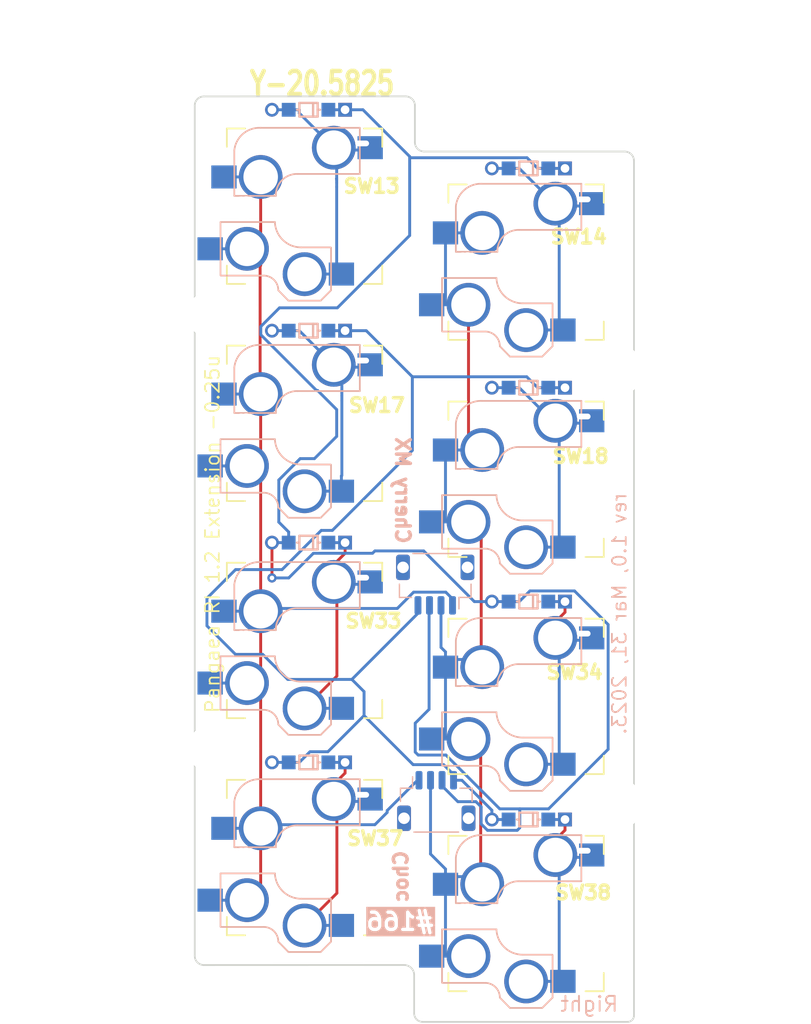
<source format=kicad_pcb>
(kicad_pcb (version 20221018) (generator pcbnew)
  (layers (0 "F.Cu" signal) (31 "B.Cu" signal) (34 "B.Paste" user) (35 "F.Paste" user) (36 "B.SilkS" user "B.Silkscreen") (37 "F.SilkS" user "F.Silkscreen") (38 "B.Mask" user) (39 "F.Mask" user) (44 "Edge.Cuts" user))
  (net 0 "")
  (net 1 "PY4")
  (net 2 "Net-(D13-A)")
  (net 3 "Net-(D14-A)")
  (net 4 "PY5")
  (net 5 "Net-(D17-A)")
  (net 6 "Net-(D18-A)")
  (net 7 "Net-(D33-K)")
  (net 8 "Net-(D34-K)")
  (net 9 "Net-(D37-K)")
  (net 10 "Net-(D38-K)")
  (net 11 "PX1")
  (net 12 "PX2")
  (footprint "#footprint:M2_Nut_Hole_rev2" (layer "F.Cu") (at 37.495 85.2)
    (fp_text reference "H11")
    (fp_text value "MountingHole")
  )
  (footprint "footprint:diode_TH_SMD_rev3" (layer "F.Cu") (at 64.095 53.85 180)
    (fp_text reference "D18")
    (fp_text value "D" hide)
  )
  (footprint "footprint:CherryMX_Choc_Hotswap_rev9_test" (layer "F.Cu") (at 63.89 61.8)
    (fp_text reference "SW18" hide)
    (fp_text value "SW_Push" hide)
  )
  (footprint "footprint:CherryMX_Choc_Hotswap_rev9_test" (layer "F.Cu") (at 44.65 75.7925)
    (fp_text reference "SW33" hide)
    (fp_text value "SW_Push" hide)
  )
  (footprint "footprint:diode_TH_SMD_rev3" (layer "F.Cu") (at 44.995 86.38 180)
    (fp_text reference "D37")
    (fp_text value "D" hide)
  )
  (footprint "footprint:CherryMX_Choc_Hotswap_rev9_test" (layer "F.Cu") (at 63.89 80.65)
    (fp_text reference "SW34" hide)
    (fp_text value "SW_Push" hide)
  )
  (footprint "#footprint:M2_Nut_Hole_rev2" (layer "F.Cu") (at 37.465 47.5)
    (fp_text reference "H12")
    (fp_text value "MountingHole")
  )
  (footprint "footprint:CherryMX_Choc_Hotswap_rev9_test" (layer "F.Cu") (at 44.65 38.0925)
    (fp_text reference "SW13" hide)
    (fp_text value "SW_Push" hide)
  )
  (footprint "footprint:CherryMX_Choc_Hotswap_rev9_test" (layer "F.Cu") (at 44.65 56.9425)
    (fp_text reference "SW17" hide)
    (fp_text value "SW_Push" hide)
  )
  (footprint "footprint:CherryMX_Choc_Hotswap_rev9_test" (layer "F.Cu") (at 63.89 42.95)
    (fp_text reference "SW14" hide)
    (fp_text value "SW_Push" hide)
  )
  (footprint "footprint:diode_TH_SMD_rev3" (layer "F.Cu") (at 64.095 91.34 180)
    (fp_text reference "D38")
    (fp_text value "D" hide)
  )
  (footprint "footprint:CherryMX_Choc_Hotswap_rev9_test" (layer "F.Cu") (at 63.89 99.5)
    (fp_text reference "SW38" hide)
    (fp_text value "SW_Push" hide)
  )
  (footprint "#footprint:M2_Nut_Hole_rev2" (layer "F.Cu") (at 71.12 52.33)
    (fp_text reference "H9")
    (fp_text value "MountingHole")
  )
  (footprint "footprint:diode_TH_SMD_rev3" (layer "F.Cu") (at 64.095 34.81 180)
    (fp_text reference "D14")
    (fp_text value "D" hide)
  )
  (footprint "footprint:CherryMX_Choc_Hotswap_rev9_test" (layer "F.Cu") (at 44.65 94.6425)
    (fp_text reference "SW37" hide)
    (fp_text value "SW_Push" hide)
  )
  (footprint "footprint:diode_TH_SMD_rev3" (layer "F.Cu") (at 44.995 29.72 180)
    (fp_text reference "D13")
    (fp_text value "D" hide)
  )
  (footprint "footprint:diode_TH_SMD_rev3" (layer "F.Cu") (at 44.995 67.3 180)
    (fp_text reference "D33")
    (fp_text value "D" hide)
  )
  (footprint "footprint:diode_TH_SMD_rev3" (layer "F.Cu") (at 64.095 72.42 180)
    (fp_text reference "D34")
    (fp_text value "D" hide)
  )
  (footprint "#footprint:M2_Nut_Hole_rev2" (layer "F.Cu") (at 71.11 89.99)
    (fp_text reference "H10")
    (fp_text value "MountingHole")
  )
  (footprint "footprint:diode_TH_SMD_rev3" (layer "F.Cu") (at 44.995 48.9 180)
    (fp_text reference "D17")
    (fp_text value "D" hide)
  )
  (footprint "footprint:JST_SH_BM03B-SRSS-TB_1x04-1MP_P1.00mm_Vertical" (layer "B.Cu") (at 56.09 89.73)
    (fp_text reference "J8")
    (fp_text value "Conn_01x04")
  )
  (footprint "footprint:JST_SH_BM03B-SRSS-TB_1x04-1MP_P1.00mm_Vertical" (layer "B.Cu") (at 56 70.9475 180)
    (fp_text reference "J9")
    (fp_text value "Conn_01x04")
  )
  (gr_arc (start 54.892775 108.909806) (mid 54.379565 108.685992) (end 54.170001 108.1668) (stroke (width 0.15)) (layer "Edge.Cuts"))
  (gr_line (start 35.867603 103.974944) (end 53.296856 103.969922) (stroke (width 0.15)) (layer "Edge.Cuts"))
  (gr_arc (start 53.296856 103.969922) (mid 53.910784 104.222178) (end 54.17 104.8332) (stroke (width 0.15)) (layer "Edge.Cuts"))
  (gr_arc (start 73.259679 108.372515) (mid 73.106727 108.737466) (end 72.750034 108.908794) (stroke (width 0.15)) (layer "Edge.Cuts"))
  (gr_line (start 73.260077 34.128464) (end 73.259636 108.372513) (stroke (width 0.15)) (layer "Edge.Cuts"))
  (gr_line (start 54.892799 108.908794) (end 72.750034 108.908794) (stroke (width 0.15)) (layer "Edge.Cuts"))
  (gr_line (start 54.17 104.8332) (end 54.17 108.1668) (stroke (width 0.15)) (layer "Edge.Cuts"))
  (gr_arc (start 72.459806 33.346205) (mid 73.016848 33.576815) (end 73.260077 34.128464) (stroke (width 0.15)) (layer "Edge.Cuts"))
  (gr_line (start 72.459806 33.346205) (end 55.011257 33.346205) (stroke (width 0.15)) (layer "Edge.Cuts"))
  (gr_arc (start 35.867603 103.974944) (mid 35.326391 103.721418) (end 35.114113 103.162738) (stroke (width 0.15)) (layer "Edge.Cuts"))
  (gr_line (start 35.114113 29.33625) (end 35.114113 103.162738) (stroke (width 0.15)) (layer "Edge.Cuts"))
  (gr_arc (start 55.011257 33.346205) (mid 54.459543 33.100489) (end 54.233299 32.540509) (stroke (width 0.15)) (layer "Edge.Cuts"))
  (gr_arc (start 53.425803 28.556274) (mid 53.972676 28.768431) (end 54.233299 29.293937) (stroke (width 0.15)) (layer "Edge.Cuts"))
  (gr_line (start 53.425803 28.556274) (end 35.926767 28.5625) (stroke (width 0.15)) (layer "Edge.Cuts"))
  (gr_arc (start 35.114113 29.33625) (mid 35.360004 28.780874) (end 35.926767 28.562504) (stroke (width 0.15)) (layer "Edge.Cuts"))
  (gr_line (start 54.233299 29.293937) (end 54.233299 32.540509) (stroke (width 0.15)) (layer "Edge.Cuts"))
  (gr_text "Choc" (at 53.72 93.9 90) (layer "B.SilkS") (effects (font (size 1.2 1.2) (thickness 0.3) bold) (justify left bottom mirror)))
  (gr_text "Right" (at 71.995 108.118794) (layer "B.SilkS") (effects (font (size 1.3 1.3) (thickness 0.1625)) (justify left bottom mirror)))
  (gr_text "#166" (at 52.93 100.2) (layer "B.SilkS" knockout) (effects (font (size 1.5 1.5) (thickness 0.3) bold) (justify mirror)))
  (gr_text "Cherry MX" (at 52.47 67.53 -90) (layer "B.SilkS") (effects (font (size 1.2 1.2) (thickness 0.3) bold) (justify left bottom mirror)))
  (gr_text "rev 1.0, Mar 31, 2023." (at 71.995 73.468794 90) (layer "B.SilkS") (effects (font (size 1.2 1.2)) (justify mirror)))
  (gr_text "SW18" (at 66.03 60.5) (layer "F.SilkS") (effects (font (size 1.2 1.2) (thickness 0.3) bold) (justify left bottom)))
  (gr_text "SW34" (at 65.5 79.26) (layer "F.SilkS") (effects (font (size 1.2 1.2) (thickness 0.3) bold) (justify left bottom)))
  (gr_text "SW13" (at 47.89 37.05) (layer "F.SilkS") (effects (font (size 1.2 1.2) (thickness 0.3) bold) (justify left bottom)))
  (gr_text "Y-20.5825" (at 39.72 28.61) (layer "F.SilkS") (effects (font (size 2 1.5) (thickness 0.375) bold) (justify left bottom)))
  (gr_text "Pangaea RI 1.2 Extension -0.25u" (at 36.655 66.56 90) (layer "F.SilkS") (effects (font (size 1.2 1.2))))
  (gr_text "SW14" (at 65.87 41.45) (layer "F.SilkS") (effects (font (size 1.2 1.2) (thickness 0.3) bold) (justify left bottom)))
  (gr_text "SW38" (at 66.25 98.39) (layer "F.SilkS") (effects (font (size 1.2 1.2) (thickness 0.3) bold) (justify left bottom)))
  (gr_text "SW33" (at 48.04 74.8) (layer "F.SilkS") (effects (font (size 1.2 1.2) (thickness 0.3) bold) (justify left bottom)))
  (gr_text "SW37" (at 48.19 93.68) (layer "F.SilkS") (effects (font (size 1.2 1.2) (thickness 0.3) bold) (justify left bottom)))
  (gr_text "SW17" (at 48.34 56.08) (layer "F.SilkS") (effects (font (size 1.2 1.2) (thickness 0.3) bold) (justify left bottom)))
  (segment (start 41.82 67.3) (end 41.82 70.3666) (width 0.25) (layer "F.Cu") (net 1))
  (via (at 41.82 70.3666) (size 0.8) (drill 0.4) (layers "F.Cu" "B.Cu") (net 1))
  (segment (start 54.2595 85.4827) (end 54.5176 85.7408) (width 0.25) (layer "B.Cu") (net 1))
  (segment (start 63.3427 92.0579) (end 63.1214 92.2792) (width 0.25) (layer "B.Cu") (net 1))
  (segment (start 62.37 72.42) (end 63.2951 72.42) (width 0.25) (layer "B.Cu") (net 1))
  (segment (start 62.37 72.42) (end 60.92 72.42) (width 0.25) (layer "B.Cu") (net 1))
  (segment (start 50.5524 68.2252) (end 45.4151 68.2252) (width 0.25) (layer "B.Cu") (net 1))
  (segment (start 64.2202 71.4949) (end 63.2951 72.42) (width 0.25) (layer "B.Cu") (net 1))
  (segment (start 42.4148 65.5197) (end 43.27 66.3749) (width 0.25) (layer "B.Cu") (net 1))
  (segment (start 45.5091 60.0082) (end 44.2682 60.0082) (width 0.25) (layer "B.Cu") (net 1))
  (segment (start 54.5176 85.7408) (end 56.9271 85.7408) (width 0.25) (layer "B.Cu") (net 1))
  (segment (start 71.0152 74.4148) (end 68.0953 71.4949) (width 0.25) (layer "B.Cu") (net 1))
  (segment (start 46.72 29.72) (end 48.17 29.72) (width 0.25) (layer "B.Cu") (net 1))
  (segment (start 59.988 90.2417) (end 59.5368 89.7905) (width 0.25) (layer "B.Cu") (net 1))
  (segment (start 54.9953 68.0213) (end 50.7563 68.0213) (width 0.25) (layer "B.Cu") (net 1))
  (segment (start 63.9698 33.8849) (end 64.8949 34.81) (width 0.25) (layer "B.Cu") (net 1))
  (segment (start 67.27 34.81) (end 65.82 34.81) (width 0.25) (layer "B.Cu") (net 1))
  (segment (start 44.2682 60.0082) (end 42.4148 61.8616) (width 0.25) (layer "B.Cu") (net 1))
  (segment (start 60.92 72.42) (end 59.394 72.42) (width 0.25) (layer "B.Cu") (net 1))
  (segment (start 43.27 67.3) (end 43.27 66.3749) (width 0.25) (layer "B.Cu") (net 1))
  (segment (start 65.82 34.81) (end 64.8949 34.81) (width 0.25) (layer "B.Cu") (net 1))
  (segment (start 45.6861 54.0877) (end 45.779 54.0877) (width 0.25) (layer "B.Cu") (net 1))
  (segment (start 60.5407 92.2792) (end 59.988 91.7265) (width 0.25) (layer "B.Cu") (net 1))
  (segment (start 56.5901 87.93) (end 56.59 87.93) (width 0.25) (layer "B.Cu") (net 1))
  (segment (start 55.4648 72.7827) (end 55.4648 81.7738) (width 0.25) (layer "B.Cu") (net 1))
  (segment (start 71.0152 85.2425) (end 71.0152 74.4148) (width 0.25) (layer "B.Cu") (net 1))
  (segment (start 42.4736 46.9159) (end 40.8505 48.539) (width 0.25) (layer "B.Cu") (net 1))
  (segment (start 47.4412 55.7499) (end 47.4412 58.0761) (width 0.25) (layer "B.Cu") (net 1))
  (segment (start 63.3427 90.4149) (end 65.8428 90.4149) (width 0.25) (layer "B.Cu") (net 1))
  (segment (start 40.8505 49.2521) (end 45.6861 54.0877) (width 0.25) (layer "B.Cu") (net 1))
  (segment (start 49.7228 29.72) (end 53.7806 33.7778) (width 0.25) (layer "B.Cu") (net 1))
  (segment (start 53.7806 33.8849) (end 63.9698 33.8849) (width 0.25) (layer "B.Cu") (net 1))
  (segment (start 41.82 67.3) (end 43.27 67.3) (width 0.25) (layer "B.Cu") (net 1))
  (segment (start 42.4148 61.8616) (end 42.4148 65.5197) (width 0.25) (layer "B.Cu") (net 1))
  (segment (start 48.17 29.72) (end 49.7228 29.72) (width 0.25) (layer "B.Cu") (net 1))
  (segment (start 47.4412 58.0761) (end 45.5091 60.0082) (width 0.25) (layer "B.Cu") (net 1))
  (segment (start 59.5368 89.7905) (end 57.9664 89.7905) (width 0.25) (layer "B.Cu") (net 1))
  (segment (start 63.1214 92.2792) (end 60.5407 92.2792) (width 0.25) (layer "B.Cu") (net 1))
  (segment (start 53.7806 33.7778) (end 53.7806 33.8849) (width 0.25) (layer "B.Cu") (net 1))
  (segment (start 55.4648 81.7738) (end 54.2595 82.9791) (width 0.25) (layer "B.Cu") (net 1))
  (segment (start 56.5901 88.4142) (end 56.5901 87.93) (width 0.25) (layer "B.Cu") (net 1))
  (segment (start 63.3427 90.4149) (end 63.3427 92.0579) (width 0.25) (layer "B.Cu") (net 1))
  (segment (start 59.988 91.7265) (end 59.988 90.2417) (width 0.25) (layer "B.Cu") (net 1))
  (segment (start 43.2737 70.3666) (end 41.82 70.3666) (width 0.25) (layer "B.Cu") (net 1))
  (segment (start 53.7806 40.6353) (end 47.5 46.9159) (width 0.25) (layer "B.Cu") (net 1))
  (segment (start 40.8505 48.539) (end 40.8505 49.2521) (width 0.25) (layer "B.Cu") (net 1))
  (segment (start 57.9664 89.7905) (end 56.5901 88.4142) (width 0.25) (layer "B.Cu") (net 1))
  (segment (start 45.779 54.0877) (end 47.4412 55.7499) (width 0.25) (layer "B.Cu") (net 1))
  (segment (start 55.5 72.7475) (end 55.4648 72.7827) (width 0.25) (layer "B.Cu") (net 1))
  (segment (start 56.9271 85.7408) (end 61.6012 90.4149) (width 0.25) (layer "B.Cu") (net 1))
  (segment (start 65.8428 90.4149) (end 71.0152 85.2425) (width 0.25) (layer "B.Cu") (net 1))
  (segment (start 61.6012 90.4149) (end 63.3427 90.4149) (width 0.25) (layer "B.Cu") (net 1))
  (segment (start 53.7806 33.8849) (end 53.7806 40.6353) (width 0.25) (layer "B.Cu") (net 1))
  (segment (start 68.0953 71.4949) (end 64.2202 71.4949) (width 0.25) (layer "B.Cu") (net 1))
  (segment (start 54.2595 82.9791) (end 54.2595 85.4827) (width 0.25) (layer "B.Cu") (net 1))
  (segment (start 50.7563 68.0213) (end 50.5524 68.2252) (width 0.25) (layer "B.Cu") (net 1))
  (segment (start 59.394 72.42) (end 54.9953 68.0213) (width 0.25) (layer "B.Cu") (net 1))
  (segment (start 47.5 46.9159) (end 42.4736 46.9159) (width 0.25) (layer "B.Cu") (net 1))
  (segment (start 45.4151 68.2252) (end 43.2737 70.3666) (width 0.25) (layer "B.Cu") (net 1))
  (segment (start 47.4412 35.6966) (end 47.4412 35.6964) (width 0.25) (layer "B.Cu") (net 2))
  (segment (start 47.4412 43.9825) (end 47.4412 36.4194) (width 0.25) (layer "B.Cu") (net 2))
  (segment (start 47.4412 43.9825) (end 44.66 43.9825) (width 0.25) (layer "B.Cu") (net 2))
  (segment (start 50.238173 33.2175) (end 50.396587 33.059086) (width 0.25) (layer "B.Cu") (net 2))
  (segment (start 44.66 43.9825) (end 44.65 43.9925) (width 0.25) (layer "B.Cu") (net 2))
  (segment (start 47.4412 35.7019) (end 47.4412 35.6991) (width 0.25) (layer "B.Cu") (net 2))
  (segment (start 47.4412 35.697) (end 47.4412 35.6966) (width 0.25) (layer "B.Cu") (net 2))
  (segment (start 47.85 43.9825) (end 47.4412 43.9825) (width 0.25) (layer "B.Cu") (net 2))
  (segment (start 47.4412 35.7414) (end 47.4412 35.7188) (width 0.25) (layer "B.Cu") (net 2))
  (segment (start 47.4412 35.6977) (end 47.4412 35.697) (width 0.25) (layer "B.Cu") (net 2))
  (segment (start 47.395 33.2175) (end 50.238173 33.2175) (width 0.25) (layer "B.Cu") (net 2))
  (segment (start 43.27 29.72) (end 44.1951 29.72) (width 0.25) (layer "B.Cu") (net 2))
  (segment (start 47.4412 35.7075) (end 47.4412 35.7019) (width 0.25) (layer "B.Cu") (net 2))
  (segment (start 47.4412 35.6963) (end 47.4412 33.2637) (width 0.25) (layer "B.Cu") (net 2))
  (segment (start 47.4412 36.0578) (end 47.4412 35.877) (width 0.25) (layer "B.Cu") (net 2))
  (segment (start 47.4412 35.7188) (end 47.4412 35.7075) (width 0.25) (layer "B.Cu") (net 2))
  (segment (start 47.4412 35.6964) (end 47.4412 35.6963) (width 0.25) (layer "B.Cu") (net 2))
  (segment (start 47.4412 35.7866) (end 47.4412 35.7414) (width 0.25) (layer "B.Cu") (net 2))
  (segment (start 47.4412 35.877) (end 47.4412 35.7866) (width 0.25) (layer "B.Cu") (net 2))
  (segment (start 47.19 33.0125) (end 47.395 33.2175) (width 0.25) (layer "B.Cu") (net 2))
  (segment (start 47.4412 36.4194) (end 47.4412 36.0578) (width 0.25) (layer "B.Cu") (net 2))
  (segment (start 47.4412 33.2637) (end 47.19 33.0125) (width 0.25) (layer "B.Cu") (net 2))
  (segment (start 44.1951 30.0176) (end 47.19 33.0125) (width 0.25) (layer "B.Cu") (net 2))
  (segment (start 47.4412 35.6991) (end 47.4412 35.6977) (width 0.25) (layer "B.Cu") (net 2))
  (segment (start 41.82 29.72) (end 43.27 29.72) (width 0.25) (layer "B.Cu") (net 2))
  (segment (start 44.1951 29.72) (end 44.1951 30.0176) (width 0.25) (layer "B.Cu") (net 2))
  (segment (start 66.765 41.235) (end 66.765 40.8525) (width 0.25) (layer "B.Cu") (net 3))
  (segment (start 66.765 48.84) (end 66.765 41.235) (width 0.25) (layer "B.Cu") (net 3))
  (segment (start 66.765 40.8525) (end 66.765 40.6612) (width 0.25) (layer "B.Cu") (net 3))
  (segment (start 62.37 34.81) (end 60.92 34.81) (width 0.25) (layer "B.Cu") (net 3))
  (segment (start 67.09 48.84) (end 66.765 48.84) (width 0.25) (layer "B.Cu") (net 3))
  (segment (start 66.765 40.4819) (end 66.765 40.4759) (width 0.25) (layer "B.Cu") (net 3))
  (segment (start 66.765 40.4701) (end 66.765 40.47) (width 0.25) (layer "B.Cu") (net 3))
  (segment (start 65.6549 48.85) (end 65.6649 48.84) (width 0.25) (layer "B.Cu") (net 3))
  (segment (start 66.765 40.5178) (end 66.765 40.4939) (width 0.25) (layer "B.Cu") (net 3))
  (segment (start 66.765 40.4707) (end 66.765 40.4703) (width 0.25) (layer "B.Cu") (net 3))
  (segment (start 66.765 48.84) (end 65.6649 48.84) (width 0.25) (layer "B.Cu") (net 3))
  (segment (start 66.43 37.87) (end 66.635 38.075) (width 0.25) (layer "B.Cu") (net 3))
  (segment (start 66.765 40.6612) (end 66.765 40.5656) (width 0.25) (layer "B.Cu") (net 3))
  (segment (start 66.765 40.47) (end 66.765 38.205) (width 0.25) (layer "B.Cu") (net 3))
  (segment (start 66.765 40.4729) (end 66.765 40.4714) (width 0.25) (layer "B.Cu") (net 3))
  (segment (start 63.2951 34.81) (end 66.3551 37.87) (width 0.25) (layer "B.Cu") (net 3))
  (segment (start 63.89 48.85) (end 65.6549 48.85) (width 0.25) (layer "B.Cu") (net 3))
  (segment (start 66.765 40.4759) (end 66.765 40.4729) (width 0.25) (layer "B.Cu") (net 3))
  (segment (start 66.765 40.4714) (end 66.765 40.4707) (width 0.25) (layer "B.Cu") (net 3))
  (segment (start 66.635 38.075) (end 69.478173 38.075) (width 0.25) (layer "B.Cu") (net 3))
  (segment (start 66.3551 37.87) (end 66.43 37.87) (width 0.25) (layer "B.Cu") (net 3))
  (segment (start 66.765 38.205) (end 66.43 37.87) (width 0.25) (layer "B.Cu") (net 3))
  (segment (start 62.37 34.81) (end 63.2951 34.81) (width 0.25) (layer "B.Cu") (net 3))
  (segment (start 66.765 40.5656) (end 66.765 40.5178) (width 0.25) (layer "B.Cu") (net 3))
  (segment (start 69.478173 38.075) (end 69.636587 37.916586) (width 0.25) (layer "B.Cu") (net 3))
  (segment (start 66.765 40.4939) (end 66.765 40.4819) (width 0.25) (layer "B.Cu") (net 3))
  (segment (start 66.765 40.4703) (end 66.765 40.4701) (width 0.25) (layer "B.Cu") (net 3))
  (segment (start 46.72 48.9) (end 48.17 48.9) (width 0.25) (layer "B.Cu") (net 4))
  (segment (start 41.0163 77.0023) (end 43.1907 79.1767) (width 0.25) (layer "B.Cu") (net 4))
  (segment (start 48.7595 79.1767) (end 49.8179 80.2351) (width 0.25) (layer "B.Cu") (net 4))
  (segment (start 54.011 52.9012) (end 50.0098 48.9) (width 0.25) (layer "B.Cu") (net 4))
  (segment (start 62.37 91.34) (end 60.92 91.34) (width 0.25) (layer "B.Cu") (net 4))
  (segment (start 64.8949 53.85) (end 63.9461 52.9012) (width 0.25) (layer "B.Cu") (net 4))
  (segment (start 38.662 69.6415) (end 36.1734 72.1301) (width 0.25) (layer "B.Cu") (net 4))
  (segment (start 54.011 52.9012) (end 54.011 59.2926) (width 0.25) (layer "B.Cu") (net 4))
  (segment (start 48.7595 79.1767) (end 54.5 73.4362) (width 0.25) (layer "B.Cu") (net 4))
  (segment (start 49.8179 80.2351) (end 49.8179 82.3143) (width 0.25) (layer "B.Cu") (net 4))
  (segment (start 56.7255 86.5752) (end 54.0788 86.5752) (width 0.25) (layer "B.Cu") (net 4))
  (segment (start 60.92 91.34) (end 60.92 90.5371) (width 0.25) (layer "B.Cu") (net 4))
  (segment (start 54.5 73.4362) (end 54.5 72.7475) (width 0.25) (layer "B.Cu") (net 4))
  (segment (start 47.0634 66.2402) (end 46.0985 66.2402) (width 0.25) (layer "B.Cu") (net 4))
  (segment (start 54.011 59.2926) (end 47.0634 66.2402) (width 0.25) (layer "B.Cu") (net 4))
  (segment (start 54.0788 86.5752) (end 49.8179 82.3143) (width 0.25) (layer "B.Cu") (net 4))
  (segment (start 43.1907 79.1767) (end 48.7595 79.1767) (width 0.25) (layer "B.Cu") (net 4))
  (segment (start 41.82 86.38) (end 43.27 86.38) (width 0.25) (layer "B.Cu") (net 4))
  (segment (start 45.1202 85.4549) (end 44.1951 86.38) (width 0.25) (layer "B.Cu") (net 4))
  (segment (start 50.0098 48.9) (end 48.17 48.9) (width 0.25) (layer "B.Cu") (net 4))
  (segment (start 46.6773 85.4549) (end 45.1202 85.4549) (width 0.25) (layer "B.Cu") (net 4))
  (segment (start 60.92 90.5371) (end 58.3129 87.93) (width 0.25) (layer "B.Cu") (net 4))
  (segment (start 49.8179 82.3143) (end 46.6773 85.4549) (width 0.25) (layer "B.Cu") (net 4))
  (segment (start 67.27 53.85) (end 65.82 53.85) (width 0.25) (layer "B.Cu") (net 4))
  (segment (start 57.59 87.4397) (end 56.7255 86.5752) (width 0.25) (layer "B.Cu") (net 4))
  (segment (start 57.59 87.93) (end 57.59 87.4397) (width 0.25) (layer "B.Cu") (net 4))
  (segment (start 46.0985 66.2402) (end 42.6972 69.6415) (width 0.25) (layer "B.Cu") (net 4))
  (segment (start 63.9461 52.9012) (end 54.011 52.9012) (width 0.25) (layer "B.Cu") (net 4))
  (segment (start 65.82 53.85) (end 64.8949 53.85) (width 0.25) (layer "B.Cu") (net 4))
  (segment (start 42.6972 69.6415) (end 38.662 69.6415) (width 0.25) (layer "B.Cu") (net 4))
  (segment (start 58.3129 87.93) (end 57.59 87.93) (width 0.25) (layer "B.Cu") (net 4))
  (segment (start 36.1734 74.5229) (end 38.6528 77.0023) (width 0.25) (layer "B.Cu") (net 4))
  (segment (start 36.1734 72.1301) (end 36.1734 74.5229) (width 0.25) (layer "B.Cu") (net 4))
  (segment (start 38.6528 77.0023) (end 41.0163 77.0023) (width 0.25) (layer "B.Cu") (net 4))
  (segment (start 43.27 86.38) (end 44.1951 86.38) (width 0.25) (layer "B.Cu") (net 4))
  (segment (start 50.238173 52.0675) (end 50.396587 51.909086) (width 0.25) (layer "B.Cu") (net 5))
  (segment (start 47.8913 54.0966) (end 47.8913 54.0964) (width 0.25) (layer "B.Cu") (net 5))
  (segment (start 47.8913 54.3194) (end 47.8913 54.2078) (width 0.25) (layer "B.Cu") (net 5))
  (segment (start 47.8913 54.0962) (end 47.8913 52.5638) (width 0.25) (layer "B.Cu") (net 5))
  (segment (start 44.66 62.8325) (end 44.65 62.8425) (width 0.25) (layer "B.Cu") (net 5))
  (segment (start 43.27 48.9) (end 44.1951 48.9) (width 0.25) (layer "B.Cu") (net 5))
  (segment (start 47.8913 54.989) (end 47.8913 54.5426) (width 0.25) (layer "B.Cu") (net 5))
  (segment (start 47.395 52.0675) (end 50.238173 52.0675) (width 0.25) (layer "B.Cu") (net 5))
  (segment (start 47.85 62.8325) (end 47.85 61.5074) (width 0.25) (layer "B.Cu") (net 5))
  (segment (start 47.8913 54.0979) (end 47.8913 54.097) (width 0.25) (layer "B.Cu") (net 5))
  (segment (start 47.8913 54.1101) (end 47.8913 54.1031) (width 0.25) (layer "B.Cu") (net 5))
  (segment (start 47.8913 54.0964) (end 47.8913 54.0963) (width 0.25) (layer "B.Cu") (net 5))
  (segment (start 47.1576 51.8625) (end 47.19 51.8625) (width 0.25) (layer "B.Cu") (net 5))
  (segment (start 47.85 61.5074) (end 47.8913 61.4661) (width 0.25) (layer "B.Cu") (net 5))
  (segment (start 47.8913 54.5426) (end 47.8913 54.3194) (width 0.25) (layer "B.Cu") (net 5))
  (segment (start 47.8913 54.0963) (end 47.8913 54.0962) (width 0.25) (layer "B.Cu") (net 5))
  (segment (start 47.8913 61.4661) (end 47.8913 54.989) (width 0.25) (layer "B.Cu") (net 5))
  (segment (start 47.8913 54.152) (end 47.8913 54.1241) (width 0.25) (layer "B.Cu") (net 5))
  (segment (start 44.1951 48.9) (end 47.1576 51.8625) (width 0.25) (layer "B.Cu") (net 5))
  (segment (start 47.85 62.8325) (end 44.66 62.8325) (width 0.25) (layer "B.Cu") (net 5))
  (segment (start 47.8913 54.1241) (end 47.8913 54.1101) (width 0.25) (layer "B.Cu") (net 5))
  (segment (start 47.8913 54.0996) (end 47.8913 54.0979) (width 0.25) (layer "B.Cu") (net 5))
  (segment (start 41.82 48.9) (end 43.27 48.9) (width 0.25) (layer "B.Cu") (net 5))
  (segment (start 47.8913 54.1031) (end 47.8913 54.0996) (width 0.25) (layer "B.Cu") (net 5))
  (segment (start 47.8913 54.097) (end 47.8913 54.0966) (width 0.25) (layer "B.Cu") (net 5))
  (segment (start 47.19 51.8625) (end 47.395 52.0675) (width 0.25) (layer "B.Cu") (net 5))
  (segment (start 47.8913 52.5638) (end 47.19 51.8625) (width 0.25) (layer "B.Cu") (net 5))
  (segment (start 47.8913 54.2078) (end 47.8913 54.152) (width 0.25) (layer "B.Cu") (net 5))
  (segment (start 66.765 59.3201) (end 66.765 59.32) (width 0.25) (layer "B.Cu") (net 6))
  (segment (start 66.765 59.3229) (end 66.765 59.3214) (width 0.25) (layer "B.Cu") (net 6))
  (segment (start 66.765 59.3319) (end 66.765 59.3259) (width 0.25) (layer "B.Cu") (net 6))
  (segment (start 66.765 59.3207) (end 66.765 59.3203) (width 0.25) (layer "B.Cu") (net 6))
  (segment (start 67.09 67.69) (end 66.765 67.69) (width 0.25) (layer "B.Cu") (net 6))
  (segment (start 66.765 59.3214) (end 66.765 59.3207) (width 0.25) (layer "B.Cu") (net 6))
  (segment (start 66.765 59.5112) (end 66.765 59.4156) (width 0.25) (layer "B.Cu") (net 6))
  (segment (start 66.635 56.925) (end 69.478173 56.925) (width 0.25) (layer "B.Cu") (net 6))
  (segment (start 66.765 59.4156) (end 66.765 59.3678) (width 0.25) (layer "B.Cu") (net 6))
  (segment (start 66.765 67.69) (end 66.765 60.085) (width 0.25) (layer "B.Cu") (net 6))
  (segment (start 66.765 59.3203) (end 66.765 59.3201) (width 0.25) (layer "B.Cu") (net 6))
  (segment (start 66.43 56.72) (end 66.635 56.925) (width 0.25) (layer "B.Cu") (net 6))
  (segment (start 62.37 53.85) (end 60.92 53.85) (width 0.25) (layer "B.Cu") (net 6))
  (segment (start 66.765 59.32) (end 66.765 57.055) (width 0.25) (layer "B.Cu") (net 6))
  (segment (start 62.37 53.85) (end 63.2951 53.85) (width 0.25) (layer "B.Cu") (net 6))
  (segment (start 66.765 60.085) (end 66.765 59.7025) (width 0.25) (layer "B.Cu") (net 6))
  (segment (start 66.765 59.7025) (end 66.765 59.5112) (width 0.25) (layer "B.Cu") (net 6))
  (segment (start 65.6549 67.7) (end 65.6649 67.69) (width 0.25) (layer "B.Cu") (net 6))
  (segment (start 66.1651 56.72) (end 66.43 56.72) (width 0.25) (layer "B.Cu") (net 6))
  (segment (start 63.2951 53.85) (end 66.1651 56.72) (width 0.25) (layer "B.Cu") (net 6))
  (segment (start 66.765 59.3259) (end 66.765 59.3229) (width 0.25) (layer "B.Cu") (net 6))
  (segment (start 63.89 67.7) (end 65.6549 67.7) (width 0.25) (layer "B.Cu") (net 6))
  (segment (start 66.765 59.3439) (end 66.765 59.3319) (width 0.25) (layer "B.Cu") (net 6))
  (segment (start 66.765 59.3678) (end 66.765 59.3439) (width 0.25) (layer "B.Cu") (net 6))
  (segment (start 66.765 57.055) (end 66.43 56.72) (width 0.25) (layer "B.Cu") (net 6))
  (segment (start 66.765 67.69) (end 65.6649 67.69) (width 0.25) (layer "B.Cu") (net 6))
  (segment (start 69.478173 56.925) (end 69.636587 56.766586) (width 0.25) (layer "B.Cu") (net 6))
  (segment (start 47.4596 78.8829) (end 47.4596 70.9821) (width 0.25) (layer "F.Cu") (net 7))
  (segment (start 48.17 67.3) (end 48.17 68.2251) (width 0.25) (layer "F.Cu") (net 7))
  (segment (start 47.4596 70.9821) (end 47.19 70.7125) (width 0.25) (layer "F.Cu") (net 7))
  (segment (start 44.65 81.6925) (end 47.4596 78.8829) (width 0.25) (layer "F.Cu") (net 7))
  (segment (start 47.19 69.2051) (end 47.19 70.7125) (width 0.25) (layer "F.Cu") (net 7))
  (segment (start 48.17 68.2251) (end 47.19 69.2051) (width 0.25) (layer "F.Cu") (net 7))
  (segment (start 50.238173 70.9175) (end 50.396587 70.759086) (width 0.25) (layer "B.Cu") (net 7))
  (segment (start 47.19 70.7125) (end 47.395 70.9175) (width 0.25) (layer "B.Cu") (net 7))
  (segment (start 47.85 81.6825) (end 44.66 81.6825) (width 0.25) (layer "B.Cu") (net 7))
  (segment (start 44.66 81.6825) (end 44.65 81.6925) (width 0.25) (layer "B.Cu") (net 7))
  (segment (start 47.395 70.9175) (end 50.238173 70.9175) (width 0.25) (layer "B.Cu") (net 7))
  (segment (start 46.72 67.3) (end 48.17 67.3) (width 0.25) (layer "B.Cu") (net 7))
  (segment (start 67.27 73.3451) (end 66.43 74.1851) (width 0.25) (layer "F.Cu") (net 8))
  (segment (start 67.27 72.42) (end 67.27 73.3451) (width 0.25) (layer "F.Cu") (net 8))
  (segment (start 66.43 74.1851) (end 66.43 75.57) (width 0.25) (layer "F.Cu") (net 8))
  (segment (start 66.765 78.935) (end 66.765 78.5525) (width 0.25) (layer "B.Cu") (net 8))
  (segment (start 69.478173 75.775) (end 69.636587 75.616586) (width 0.25) (layer "B.Cu") (net 8))
  (segment (start 66.765 78.1939) (end 66.765 78.1819) (width 0.25) (layer "B.Cu") (net 8))
  (segment (start 63.89 86.55) (end 65.6549 86.55) (width 0.25) (layer "B.Cu") (net 8))
  (segment (start 66.765 78.1729) (end 66.765 78.1714) (width 0.25) (layer "B.Cu") (net 8))
  (segment (start 67.09 86.54) (end 66.765 86.54) (width 0.25) (layer "B.Cu") (net 8))
  (segment (start 67.27 72.42) (end 65.82 72.42) (width 0.25) (layer "B.Cu") (net 8))
  (segment (start 66.765 78.5525) (end 66.765 78.3612) (width 0.25) (layer "B.Cu") (net 8))
  (segment (start 66.765 78.1819) (end 66.765 78.1759) (width 0.25) (layer "B.Cu") (net 8))
  (segment (start 65.6549 86.55) (end 65.6649 86.54) (width 0.25) (layer "B.Cu") (net 8))
  (segment (start 66.765 75.905) (end 66.43 75.57) (width 0.25) (layer "B.Cu") (net 8))
  (segment (start 66.765 78.1703) (end 66.765 78.1701) (width 0.25) (layer "B.Cu") (net 8))
  (segment (start 66.635 75.775) (end 69.478173 75.775) (width 0.25) (layer "B.Cu") (net 8))
  (segment (start 66.765 78.2656) (end 66.765 78.2178) (width 0.25) (layer "B.Cu") (net 8))
  (segment (start 66.765 78.1714) (end 66.765 78.1707) (width 0.25) (layer "B.Cu") (net 8))
  (segment (start 66.765 78.1707) (end 66.765 78.1703) (width 0.25) (layer "B.Cu") (net 8))
  (segment (start 66.765 78.1701) (end 66.765 78.17) (width 0.25) (layer "B.Cu") (net 8))
  (segment (start 66.765 86.54) (end 66.765 78.935) (width 0.25) (layer "B.Cu") (net 8))
  (segment (start 66.765 78.2178) (end 66.765 78.1939) (width 0.25) (layer "B.Cu") (net 8))
  (segment (start 66.765 78.1759) (end 66.765 78.1729) (width 0.25) (layer "B.Cu") (net 8))
  (segment (start 66.43 75.57) (end 66.635 75.775) (width 0.25) (layer "B.Cu") (net 8))
  (segment (start 66.765 78.17) (end 66.765 75.905) (width 0.25) (layer "B.Cu") (net 8))
  (segment (start 66.765 78.3612) (end 66.765 78.2656) (width 0.25) (layer "B.Cu") (net 8))
  (segment (start 66.765 86.54) (end 65.6649 86.54) (width 0.25) (layer "B.Cu") (net 8))
  (segment (start 44.65 100.5425) (end 47.4596 97.7329) (width 0.25) (layer "F.Cu") (net 9))
  (segment (start 47.4596 97.7329) (end 47.4596 89.8321) (width 0.25) (layer "F.Cu") (net 9))
  (segment (start 47.4596 89.8321) (end 47.19 89.5625) (width 0.25) (layer "F.Cu") (net 9))
  (segment (start 48.17 87.3051) (end 47.19 88.2851) (width 0.25) (layer "F.Cu") (net 9))
  (segment (start 48.17 86.38) (end 48.17 87.3051) (width 0.25) (layer "F.Cu") (net 9))
  (segment (start 47.19 88.2851) (end 47.19 89.5625) (width 0.25) (layer "F.Cu") (net 9))
  (segment (start 44.66 100.5325) (end 44.65 100.5425) (width 0.25) (layer "B.Cu") (net 9))
  (segment (start 47.395 89.7675) (end 50.238173 89.7675) (width 0.25) (layer "B.Cu") (net 9))
  (segment (start 47.85 100.5325) (end 44.66 100.5325) (width 0.25) (layer "B.Cu") (net 9))
  (segment (start 47.19 89.5625) (end 47.395 89.7675) (width 0.25) (layer "B.Cu") (net 9))
  (segment (start 46.72 86.38) (end 48.17 86.38) (width 0.25) (layer "B.Cu") (net 9))
  (segment (start 67.27 92.2651) (end 66.43 93.1051) (width 0.25) (layer "F.Cu") (net 10))
  (segment (start 66.43 93.1051) (end 66.43 94.42) (width 0.25) (layer "F.Cu") (net 10))
  (segment (start 67.27 91.34) (end 67.27 92.2651) (width 0.25) (layer "F.Cu") (net 10))
  (segment (start 66.765 97.0439) (end 66.765 97.0319) (width 0.25) (layer "B.Cu") (net 10))
  (segment (start 66.635 94.625) (end 69.478173 94.625) (width 0.25) (layer "B.Cu") (net 10))
  (segment (start 66.765 94.755) (end 66.43 94.42) (width 0.25) (layer "B.Cu") (net 10))
  (segment (start 66.765 97.0203) (end 66.765 97.0201) (width 0.25) (layer "B.Cu") (net 10))
  (segment (start 66.765 97.0214) (end 66.765 97.0207) (width 0.25) (layer "B.Cu") (net 10))
  (segment (start 66.765 97.0229) (end 66.765 97.0214) (width 0.25) (layer "B.Cu") (net 10))
  (segment (start 65.6549 105.4) (end 65.6649 105.39) (width 0.25) (layer "B.Cu") (net 10))
  (segment (start 69.478173 94.625) (end 69.636587 94.466586) (width 0.25) (layer "B.Cu") (net 10))
  (segment (start 66.765 97.4025) (end 66.765 97.2112) (width 0.25) (layer "B.Cu") (net 10))
  (segment (start 66.765 97.0207) (end 66.765 97.0203) (width 0.25) (layer "B.Cu") (net 10))
  (segment (start 66.43 94.42) (end 66.635 94.625) (width 0.25) (layer "B.Cu") (net 10))
  (segment (start 66.765 97.0201) (end 66.765 97.02) (width 0.25) (layer "B.Cu") (net 10))
  (segment (start 66.765 97.0319) (end 66.765 97.0259) (width 0.25) (layer "B.Cu") (net 10))
  (segment (start 66.765 97.0678) (end 66.765 97.0439) (width 0.25) (layer "B.Cu") (net 10))
  (segment (start 66.765 105.39) (end 65.6649 105.39) (width 0.25) (layer "B.Cu") (net 10))
  (segment (start 67.27 91.34) (end 65.82 91.34) (width 0.25) (layer "B.Cu") (net 10))
  (segment (start 66.765 97.785) (end 66.765 97.4025) (width 0.25) (layer "B.Cu") (net 10))
  (segment (start 66.765 97.2112) (end 66.765 97.1156) (width 0.25) (layer "B.Cu") (net 10))
  (segment (start 66.765 105.39) (end 66.765 97.785) (width 0.25) (layer "B.Cu") (net 10))
  (segment (start 63.89 105.4) (end 65.6549 105.4) (width 0.25) (layer "B.Cu") (net 10))
  (segment (start 66.765 97.0259) (end 66.765 97.0229) (width 0.25) (layer "B.Cu") (net 10))
  (segment (start 66.765 97.1156) (end 66.765 97.0678) (width 0.25) (layer "B.Cu") (net 10))
  (segment (start 66.765 97.02) (end 66.765 94.755) (width 0.25) (layer "B.Cu") (net 10))
  (segment (start 67.09 105.39) (end 66.765 105.39) (width 0.25) (layer "B.Cu") (net 10))
  (segment (start 40.84 97.1525) (end 40.84 92.1025) (width 0.25) (layer "F.Cu") (net 11))
  (segment (start 40.84 59.4525) (end 39.65 60.6425) (width 0.25) (layer "F.Cu") (net 11))
  (segment (start 40.84 61.8325) (end 40.84 73.2525) (width 0.25) (layer "F.Cu") (net 11))
  (segment (start 40.84 80.6825) (end 39.65 79.4925) (width 0.25) (layer "F.Cu") (net 11))
  (segment (start 40.84 43.2298) (end 40.7902 43.2796) (width 0.25) (layer "F.Cu") (net 11))
  (segment (start 40.84 39.8225) (end 40.84 40.6025) (width 0.25) (layer "F.Cu") (net 11))
  (segment (start 40.84 78.3025) (end 39.65 79.4925) (width 0.25) (layer "F.Cu") (net 11))
  (segment (start 39.65 98.3425) (end 40.84 97.1525) (width 0.25) (layer "F.Cu") (net 11))
  (segment (start 40.84 35.5525) (end 40.84 39.8225) (width 0.25) (layer "F.Cu") (net 11))
  (segment (start 40.84 39.8225) (end 40.84 43.2298) (width 0.25) (layer "F.Cu") (net 11))
  (segment (start 40.84 40.6025) (end 39.65 41.7925) (width 0.25) (layer "F.Cu") (net 11))
  (segment (start 40.84 54.4025) (end 40.84 59.4525) (width 0.25) (layer "F.Cu") (net 11))
  (segment (start 40.84 92.1025) (end 40.84 80.6825) (width 0.25) (layer "F.Cu") (net 11))
  (segment (start 40.84 73.2525) (end 40.84 78.3025) (width 0.25) (layer "F.Cu") (net 11))
  (segment (start 39.65 60.6425) (end 40.84 61.8325) (width 0.25) (layer "F.Cu") (net 11))
  (segment (start 40.7902 54.3527) (end 40.84 54.4025) (width 0.25) (layer "F.Cu") (net 11))
  (segment (start 40.7902 43.2796) (end 40.7902 54.3527) (width 0.25) (layer "F.Cu") (net 11))
  (segment (start 57.5 72.185) (end 57.5 72.7475) (width 0.25) (layer "B.Cu") (net 11))
  (segment (start 39.0751 73.2525) (end 40.84 73.2525) (width 0.25) (layer "B.Cu") (net 11))
  (segment (start 39.65 41.7925) (end 36.45 41.7925) (width 0.25) (layer "B.Cu") (net 11))
  (segment (start 41.1535 91.789) (end 40.84 92.1025) (width 0.25) (layer "B.Cu") (net 11))
  (segment (start 40.84 92.1025) (end 39.0751 92.1025) (width 0.25) (layer "B.Cu") (net 11))
  (segment (start 51.8229 90.5639) (end 51.8229 90.7258) (width 0.25) (layer "B.Cu") (net 11))
  (segment (start 39.65 60.6425) (end 36.45 60.6425) (width 0.25) (layer "B.Cu") (net 11))
  (segment (start 39.65 98.3425) (end 36.45 98.3425) (width 0.25) (layer "B.Cu") (net 11))
  (segment (start 52.7034 73.0165) (end 54.1207 71.5992) (width 0.25) (layer "B.Cu") (net 11))
  (segment (start 54.4568 87.93) (end 51.8229 90.5639) (width 0.25) (layer "B.Cu") (net 11))
  (segment (start 56.9142 71.5992) (end 57.5 72.185) (width 0.25) (layer "B.Cu") (net 11))
  (segment (start 39.65 79.4925) (end 36.45 79.4925) (width 0.25) (layer "B.Cu") (net 11))
  (segment (start 40.84 54.4025) (end 37.65 54.4025) (width 0.25) (layer "B.Cu") (net 11))
  (segment (start 50.7597 91.789) (end 41.1535 91.789) (width 0.25) (layer "B.Cu") (net 11))
  (segment (start 37.65 73.2525) (end 39.0751 73.2525) (width 0.25) (layer "B.Cu") (net 11))
  (segment (start 54.59 87.93) (end 54.4568 87.93) (width 0.25) (layer "B.Cu") (net 11))
  (segment (start 40.84 35.5525) (end 37.65 35.5525) (width 0.25) (layer "B.Cu") (net 11))
  (segment (start 51.8229 90.7258) (end 50.7597 91.789) (width 0.25) (layer "B.Cu") (net 11))
  (segment (start 41.076 73.0165) (end 52.7034 73.0165) (width 0.25) (layer "B.Cu") (net 11))
  (segment (start 54.1207 71.5992) (end 56.9142 71.5992) (width 0.25) (layer "B.Cu") (net 11))
  (segment (start 40.84 73.2525) (end 41.076 73.0165) (width 0.25) (layer "B.Cu") (net 11))
  (segment (start 37.65 92.1025) (end 39.0751 92.1025) (width 0.25) (layer "B.Cu") (net 11))
  (segment (start 59.9916 66.6016) (end 58.89 65.5) (width 0.25) (layer "F.Cu") (net 12))
  (segment (start 59.9482 85.4082) (end 58.89 84.35) (width 0.25) (layer "F.Cu") (net 12))
  (segment (start 58.89 46.65) (end 58.89 58.07) (width 0.25) (layer "F.Cu") (net 12))
  (segment (start 60.08 96.96) (end 59.9482 96.8282) (width 0.25) (layer "F.Cu") (net 12))
  (segment (start 60.08 78.11) (end 59.9916 78.0216) (width 0.25) (layer "F.Cu") (net 12))
  (segment (start 59.9916 78.0216) (end 59.9916 66.6016) (width 0.25) (layer "F.Cu") (net 12))
  (segment (start 58.89 58.07) (end 60.08 59.26) (width 0.25) (layer "F.Cu") (net 12))
  (segment (start 59.9482 96.8282) (end 59.9482 85.4082) (width 0.25) (layer "F.Cu") (net 12))
  (segment (start 56.89 77.4474) (end 59.4174 77.4474) (width 0.25) (layer "B.Cu") (net 12))
  (segment (start 59.4174 96.2974) (end 60.08 96.96) (width 0.25) (layer "B.Cu") (net 12))
  (segment (start 55.59 94.3349) (end 56.89 95.6349) (width 0.25) (layer "B.Cu") (net 12))
  (segment (start 56.89 65.5) (end 56.89 59.26) (width 0.25) (layer "B.Cu") (net 12))
  (segment (start 56.89 84.35) (end 56.89 78.11) (width 0.25) (layer "B.Cu") (net 12))
  (segment (start 56.89 96.2974) (end 59.4174 96.2974) (width 0.25) (layer "B.Cu") (net 12))
  (segment (start 56.89 103.2) (end 58.89 103.2) (width 0.25) (layer "B.Cu") (net 12))
  (segment (start 56.89 65.5) (end 58.89 65.5) (width 0.25) (layer "B.Cu") (net 12))
  (segment (start 56.89 46.65) (end 58.89 46.65) (width 0.25) (layer "B.Cu") (net 12))
  (segment (start 55.69 46.65) (end 56.89 46.65) (width 0.25) (layer "B.Cu") (net 12))
  (segment (start 56.89 77.4474) (end 56.89 76.7849) (width 0.25) (layer "B.Cu") (net 12))
  (segment (start 56.89 103.2) (end 56.89 96.96) (width 0.25) (layer "B.Cu") (net 12))
  (segment (start 56.89 96.96) (end 56.89 96.2974) (width 0.25) (layer "B.Cu") (net 12))
  (segment (start 56.89 84.35) (end 58.89 84.35) (width 0.25) (layer "B.Cu") (net 12))
  (segment (start 56.5 76.3949) (end 56.89 76.7849) (width 0.25) (layer "B.Cu") (net 12))
  (segment (start 55.69 103.2) (end 56.89 103.2) (width 0.25) (layer "B.Cu") (net 12))
  (segment (start 59.4174 77.4474) (end 60.08 78.11) (width 0.25) (layer "B.Cu") (net 12))
  (segment (start 56.89 46.65) (end 56.89 40.41) (width 0.25) (layer "B.Cu") (net 12))
  (segment (start 56.89 96.2974) (end 56.89 95.6349) (width 0.25) (layer "B.Cu") (net 12))
  (segment (start 56.5 72.7475) (end 56.5 76.3949) (width 0.25) (layer "B.Cu") (net 12))
  (segment (start 56.89 59.26) (end 60.08 59.26) (width 0.25) (layer "B.Cu") (net 12))
  (segment (start 56.89 78.11) (end 56.89 77.4474) (width 0.25) (layer "B.Cu") (net 12))
  (segment (start 56.89 40.41) (end 60.08 40.41) (width 0.25) (layer "B.Cu") (net 12))
  (segment (start 55.59 87.93) (end 55.59 94.3349) (width 0.25) (layer "B.Cu") (net 12))
  (segment (start 55.69 65.5) (end 56.89 65.5) (width 0.25) (layer "B.Cu") (net 12))
  (segment (start 55.69 84.35) (end 56.89 84.35) (width 0.25) (layer "B.Cu") (net 12))
)
</source>
